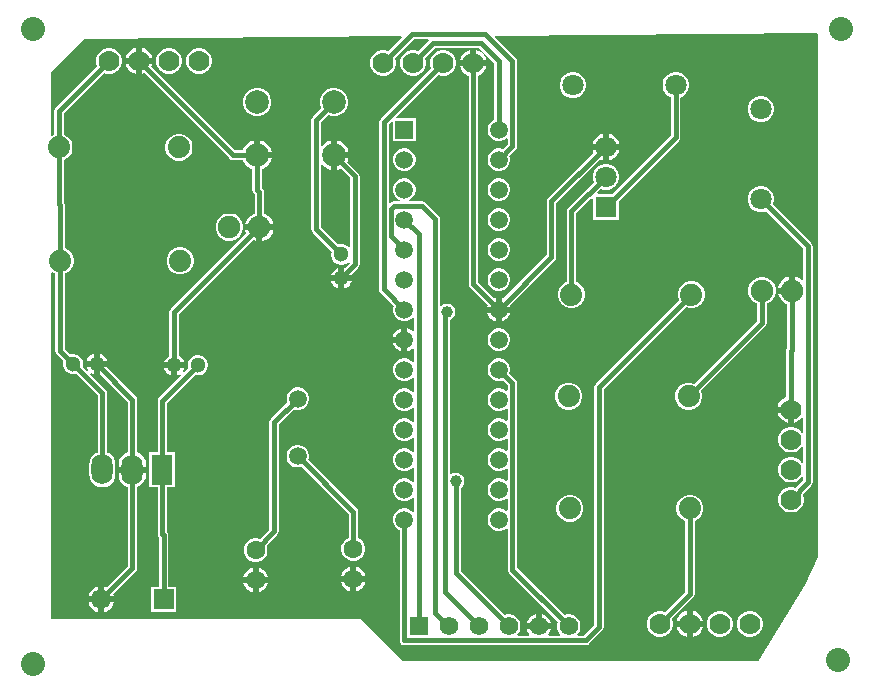
<source format=gbr>
G04*
G04 #@! TF.GenerationSoftware,Altium Limited,Altium Designer,22.4.2 (48)*
G04*
G04 Layer_Physical_Order=1*
G04 Layer_Color=255*
%FSLAX25Y25*%
%MOIN*%
G70*
G04*
G04 #@! TF.SameCoordinates,05EB306F-8607-470A-85BC-A44C10D5EEA8*
G04*
G04*
G04 #@! TF.FilePolarity,Positive*
G04*
G01*
G75*
%ADD26C,0.07000*%
%ADD36C,0.01500*%
%ADD37C,0.07087*%
%ADD38C,0.05906*%
%ADD39R,0.05906X0.05906*%
%ADD40C,0.08000*%
%ADD41C,0.07480*%
%ADD42C,0.05118*%
%ADD43C,0.06299*%
%ADD44C,0.06200*%
%ADD45R,0.06200X0.06200*%
%ADD46R,0.06693X0.06693*%
%ADD47C,0.06693*%
%ADD48R,0.07087X0.07087*%
%ADD49C,0.07400*%
%ADD50C,0.07874*%
%ADD51O,0.07087X0.10236*%
%ADD52R,0.07087X0.10236*%
%ADD53C,0.03937*%
G36*
X270603Y217844D02*
Y43781D01*
X266383Y34286D01*
X250911Y9319D01*
Y8967D01*
X132405D01*
X118339Y23033D01*
X14954D01*
Y138449D01*
X15454Y138701D01*
X16280Y138224D01*
X16437Y138182D01*
Y112344D01*
X16557Y111739D01*
X16900Y111226D01*
X19155Y108971D01*
X19011Y108433D01*
Y107549D01*
X19240Y106695D01*
X19682Y105929D01*
X20307Y105303D01*
X21073Y104861D01*
X21927Y104632D01*
X22812D01*
X23350Y104776D01*
X30503Y97622D01*
Y78486D01*
X29893Y78233D01*
X28986Y77537D01*
X28290Y76629D01*
X27852Y75573D01*
X27703Y74439D01*
Y71289D01*
X27852Y70156D01*
X28290Y69099D01*
X28986Y68192D01*
X29893Y67495D01*
X30950Y67058D01*
X32084Y66909D01*
X33218Y67058D01*
X34274Y67495D01*
X35181Y68192D01*
X35878Y69099D01*
X36315Y70156D01*
X36465Y71289D01*
Y74439D01*
X36315Y75573D01*
X35878Y76629D01*
X35181Y77537D01*
X34274Y78233D01*
X33664Y78486D01*
Y98277D01*
X33544Y98882D01*
X33201Y99394D01*
X27991Y104605D01*
X28298Y105005D01*
X28870Y104675D01*
X29244Y104575D01*
Y106991D01*
X26827D01*
X26927Y106617D01*
X27257Y106046D01*
X26857Y105739D01*
X25585Y107011D01*
X25729Y107549D01*
Y108433D01*
X25500Y109288D01*
X25058Y110054D01*
X24432Y110679D01*
X23666Y111121D01*
X22812Y111350D01*
X21927D01*
X21390Y111206D01*
X19598Y112998D01*
Y138182D01*
X19754Y138224D01*
X20780Y138816D01*
X21618Y139654D01*
X22211Y140680D01*
X22517Y141825D01*
Y143009D01*
X22211Y144154D01*
X21618Y145180D01*
X20780Y146018D01*
X19754Y146610D01*
X19598Y146652D01*
Y161095D01*
X19477Y161699D01*
X19228Y162073D01*
Y175939D01*
X19384Y175981D01*
X20410Y176574D01*
X21248Y177412D01*
X21841Y178438D01*
X22147Y179582D01*
Y180767D01*
X21841Y181912D01*
X21248Y182938D01*
X20410Y183776D01*
X19384Y184368D01*
X19228Y184410D01*
Y191741D01*
X32569Y205082D01*
X32640Y205041D01*
X33734Y204748D01*
X34866D01*
X35959Y205041D01*
X36940Y205607D01*
X37740Y206408D01*
X38307Y207388D01*
X38600Y208482D01*
Y209614D01*
X38307Y210708D01*
X37740Y211688D01*
X36940Y212489D01*
X35959Y213055D01*
X34866Y213348D01*
X33734D01*
X32640Y213055D01*
X31659Y212489D01*
X30859Y211688D01*
X30293Y210708D01*
X30000Y209614D01*
Y208482D01*
X30293Y207388D01*
X30334Y207317D01*
X16530Y193513D01*
X16187Y193000D01*
X16067Y192396D01*
Y184410D01*
X15910Y184368D01*
X15387Y184066D01*
X14954Y184316D01*
Y205188D01*
X26207Y216440D01*
X131740Y217200D01*
X131933Y216738D01*
X127468Y212274D01*
X127397Y212315D01*
X126304Y212608D01*
X125171D01*
X124078Y212315D01*
X123097Y211749D01*
X122297Y210948D01*
X121730Y209967D01*
X121438Y208874D01*
Y207742D01*
X121730Y206648D01*
X122297Y205667D01*
X123097Y204867D01*
X124078Y204301D01*
X125171Y204008D01*
X126304D01*
X127397Y204301D01*
X128378Y204867D01*
X129178Y205667D01*
X129744Y206648D01*
X130037Y207742D01*
Y208874D01*
X129744Y209967D01*
X129703Y210039D01*
X135979Y216314D01*
X140802D01*
X141009Y215814D01*
X137468Y212274D01*
X137397Y212315D01*
X136304Y212608D01*
X135171D01*
X134078Y212315D01*
X133097Y211749D01*
X132297Y210948D01*
X131730Y209967D01*
X131438Y208874D01*
Y207742D01*
X131730Y206648D01*
X132297Y205667D01*
X133097Y204867D01*
X134078Y204301D01*
X135171Y204008D01*
X136304D01*
X137397Y204301D01*
X138378Y204867D01*
X139178Y205667D01*
X139744Y206648D01*
X140038Y207742D01*
Y208874D01*
X139744Y209967D01*
X139703Y210039D01*
X142979Y213314D01*
X157805D01*
X162666Y208453D01*
Y189572D01*
X161942Y189154D01*
X161243Y188455D01*
X160749Y187599D01*
X160493Y186645D01*
Y185657D01*
X160749Y184702D01*
X161243Y183847D01*
X161942Y183148D01*
X162798Y182654D01*
X163752Y182398D01*
X164740D01*
X165695Y182654D01*
X166550Y183148D01*
X166717Y183315D01*
X167179Y183123D01*
Y181319D01*
X165548Y179687D01*
X164740Y179904D01*
X163752D01*
X162798Y179648D01*
X161942Y179154D01*
X161243Y178455D01*
X160749Y177599D01*
X160493Y176645D01*
Y175657D01*
X160749Y174702D01*
X161243Y173847D01*
X161942Y173148D01*
X162798Y172654D01*
X163752Y172398D01*
X164740D01*
X165695Y172654D01*
X166550Y173148D01*
X167249Y173847D01*
X167743Y174702D01*
X167999Y175657D01*
Y176645D01*
X167782Y177452D01*
X169877Y179547D01*
X170219Y180059D01*
X170340Y180664D01*
Y208895D01*
X170219Y209500D01*
X169877Y210012D01*
X162926Y216963D01*
X163116Y217425D01*
X270248Y218196D01*
X270603Y217844D01*
D02*
G37*
%LPC*%
G36*
X45300Y213439D02*
Y210048D01*
X48690D01*
X48493Y210785D01*
X47901Y211811D01*
X47063Y212649D01*
X46037Y213241D01*
X45300Y213439D01*
D02*
G37*
G36*
X43300D02*
X42563Y213241D01*
X41537Y212649D01*
X40699Y211811D01*
X40106Y210785D01*
X39909Y210048D01*
X43300D01*
Y213439D01*
D02*
G37*
G36*
X156737Y212699D02*
Y209308D01*
X160128D01*
X159931Y210045D01*
X159338Y211071D01*
X158501Y211909D01*
X157474Y212501D01*
X156737Y212699D01*
D02*
G37*
G36*
X154737D02*
X154000Y212501D01*
X152974Y211909D01*
X152137Y211071D01*
X151544Y210045D01*
X151347Y209308D01*
X154737D01*
Y212699D01*
D02*
G37*
G36*
X64866Y213348D02*
X63734D01*
X62640Y213055D01*
X61659Y212489D01*
X60859Y211688D01*
X60293Y210708D01*
X60000Y209614D01*
Y208482D01*
X60293Y207388D01*
X60859Y206408D01*
X61659Y205607D01*
X62640Y205041D01*
X63734Y204748D01*
X64866D01*
X65959Y205041D01*
X66940Y205607D01*
X67740Y206408D01*
X68307Y207388D01*
X68600Y208482D01*
Y209614D01*
X68307Y210708D01*
X67740Y211688D01*
X66940Y212489D01*
X65959Y213055D01*
X64866Y213348D01*
D02*
G37*
G36*
X54866D02*
X53734D01*
X52640Y213055D01*
X51659Y212489D01*
X50859Y211688D01*
X50293Y210708D01*
X50000Y209614D01*
Y208482D01*
X50293Y207388D01*
X50859Y206408D01*
X51659Y205607D01*
X52640Y205041D01*
X53734Y204748D01*
X54866D01*
X55959Y205041D01*
X56940Y205607D01*
X57740Y206408D01*
X58307Y207388D01*
X58600Y208482D01*
Y209614D01*
X58307Y210708D01*
X57740Y211688D01*
X56940Y212489D01*
X55959Y213055D01*
X54866Y213348D01*
D02*
G37*
G36*
X43300Y208048D02*
X39909D01*
X40106Y207311D01*
X40699Y206285D01*
X41537Y205447D01*
X42563Y204855D01*
X43300Y204657D01*
Y208048D01*
D02*
G37*
G36*
X146304Y212608D02*
X145171D01*
X144078Y212315D01*
X143097Y211749D01*
X142297Y210948D01*
X141730Y209967D01*
X141437Y208874D01*
Y207742D01*
X141730Y206648D01*
X141772Y206577D01*
X124830Y189635D01*
X124487Y189122D01*
X124367Y188517D01*
Y132954D01*
X124487Y132349D01*
X124830Y131836D01*
X129214Y127452D01*
X128997Y126645D01*
Y125657D01*
X129253Y124702D01*
X129747Y123847D01*
X130446Y123148D01*
X131301Y122654D01*
X132256Y122398D01*
X133244D01*
X134199Y122654D01*
X135054Y123148D01*
X135497Y123591D01*
X135997Y123384D01*
Y119201D01*
X135497Y118994D01*
X135177Y119314D01*
X134276Y119834D01*
X133750Y119975D01*
Y116151D01*
Y112327D01*
X134276Y112468D01*
X135177Y112988D01*
X135497Y113308D01*
X135997Y113101D01*
Y108918D01*
X135497Y108711D01*
X135054Y109154D01*
X134199Y109648D01*
X133244Y109904D01*
X132256D01*
X131301Y109648D01*
X130446Y109154D01*
X129747Y108455D01*
X129253Y107599D01*
X128997Y106645D01*
Y105657D01*
X129253Y104702D01*
X129747Y103847D01*
X130446Y103148D01*
X131301Y102654D01*
X132256Y102398D01*
X133244D01*
X134199Y102654D01*
X135054Y103148D01*
X135497Y103591D01*
X135997Y103384D01*
Y98918D01*
X135497Y98711D01*
X135054Y99154D01*
X134199Y99648D01*
X133244Y99904D01*
X132256D01*
X131301Y99648D01*
X130446Y99154D01*
X129747Y98455D01*
X129253Y97599D01*
X128997Y96645D01*
Y95657D01*
X129253Y94702D01*
X129747Y93847D01*
X130446Y93148D01*
X131301Y92654D01*
X132256Y92398D01*
X133244D01*
X134199Y92654D01*
X135054Y93148D01*
X135497Y93591D01*
X135997Y93384D01*
Y88918D01*
X135497Y88711D01*
X135054Y89154D01*
X134199Y89648D01*
X133244Y89904D01*
X132256D01*
X131301Y89648D01*
X130446Y89154D01*
X129747Y88455D01*
X129253Y87599D01*
X128997Y86645D01*
Y85657D01*
X129253Y84702D01*
X129747Y83847D01*
X130446Y83148D01*
X131301Y82654D01*
X132256Y82398D01*
X133244D01*
X134199Y82654D01*
X135054Y83148D01*
X135497Y83591D01*
X135997Y83384D01*
Y78918D01*
X135497Y78711D01*
X135054Y79154D01*
X134199Y79648D01*
X133244Y79904D01*
X132256D01*
X131301Y79648D01*
X130446Y79154D01*
X129747Y78455D01*
X129253Y77599D01*
X128997Y76645D01*
Y75657D01*
X129253Y74702D01*
X129747Y73847D01*
X130446Y73148D01*
X131301Y72654D01*
X132256Y72398D01*
X133244D01*
X134199Y72654D01*
X135054Y73148D01*
X135497Y73591D01*
X135997Y73384D01*
Y68918D01*
X135497Y68711D01*
X135054Y69154D01*
X134199Y69648D01*
X133244Y69904D01*
X132256D01*
X131301Y69648D01*
X130446Y69154D01*
X129747Y68455D01*
X129253Y67599D01*
X128997Y66645D01*
Y65657D01*
X129253Y64702D01*
X129747Y63847D01*
X130446Y63148D01*
X131301Y62654D01*
X132256Y62398D01*
X133244D01*
X134199Y62654D01*
X135054Y63148D01*
X135497Y63591D01*
X135997Y63384D01*
Y58918D01*
X135497Y58711D01*
X135054Y59154D01*
X134199Y59648D01*
X133244Y59904D01*
X132256D01*
X131301Y59648D01*
X130446Y59154D01*
X129747Y58455D01*
X129253Y57599D01*
X128997Y56645D01*
Y55657D01*
X129253Y54702D01*
X129747Y53847D01*
X130446Y53148D01*
X131170Y52730D01*
Y15895D01*
X131290Y15290D01*
X131633Y14777D01*
X132145Y14435D01*
X132750Y14314D01*
X193259D01*
X193864Y14435D01*
X194377Y14777D01*
X198777Y19177D01*
X199119Y19690D01*
X199240Y20295D01*
Y99707D01*
X226551Y127018D01*
X226691Y126937D01*
X227836Y126630D01*
X229021D01*
X230165Y126937D01*
X231191Y127530D01*
X232029Y128367D01*
X232622Y129394D01*
X232928Y130538D01*
Y131723D01*
X232622Y132868D01*
X232029Y133894D01*
X231191Y134731D01*
X230165Y135324D01*
X229021Y135631D01*
X227836D01*
X226691Y135324D01*
X225665Y134731D01*
X224827Y133894D01*
X224235Y132868D01*
X223928Y131723D01*
Y130538D01*
X224235Y129394D01*
X224316Y129253D01*
X196542Y101479D01*
X196199Y100966D01*
X196079Y100362D01*
Y20949D01*
X192605Y17475D01*
X190645D01*
X190437Y17975D01*
X190698Y18236D01*
X191212Y19125D01*
X191478Y20117D01*
Y21144D01*
X191212Y22136D01*
X190698Y23025D01*
X189972Y23751D01*
X189083Y24265D01*
X188091Y24531D01*
X187064D01*
X186156Y24287D01*
X170340Y40103D01*
Y101638D01*
X170219Y102243D01*
X169877Y102755D01*
X167782Y104850D01*
X167999Y105657D01*
Y106645D01*
X167743Y107599D01*
X167249Y108455D01*
X166550Y109154D01*
X165695Y109648D01*
X164740Y109904D01*
X163752D01*
X162798Y109648D01*
X161942Y109154D01*
X161243Y108455D01*
X160749Y107599D01*
X160493Y106645D01*
Y105657D01*
X160749Y104702D01*
X161243Y103847D01*
X161942Y103148D01*
X162798Y102654D01*
X163752Y102398D01*
X164740D01*
X165548Y102614D01*
X167179Y100983D01*
Y99179D01*
X166717Y98987D01*
X166550Y99154D01*
X165695Y99648D01*
X164740Y99904D01*
X163752D01*
X162798Y99648D01*
X161942Y99154D01*
X161243Y98455D01*
X160749Y97599D01*
X160493Y96645D01*
Y95657D01*
X160749Y94702D01*
X161243Y93847D01*
X161942Y93148D01*
X162798Y92654D01*
X163752Y92398D01*
X164740D01*
X165695Y92654D01*
X166550Y93148D01*
X166717Y93315D01*
X167179Y93123D01*
Y89179D01*
X166717Y88987D01*
X166550Y89154D01*
X165695Y89648D01*
X164740Y89904D01*
X163752D01*
X162798Y89648D01*
X161942Y89154D01*
X161243Y88455D01*
X160749Y87599D01*
X160493Y86645D01*
Y85657D01*
X160749Y84702D01*
X161243Y83847D01*
X161942Y83148D01*
X162798Y82654D01*
X163752Y82398D01*
X164740D01*
X165695Y82654D01*
X166550Y83148D01*
X166717Y83315D01*
X167179Y83123D01*
Y79179D01*
X166717Y78987D01*
X166550Y79154D01*
X165695Y79648D01*
X164740Y79904D01*
X163752D01*
X162798Y79648D01*
X161942Y79154D01*
X161243Y78455D01*
X160749Y77599D01*
X160493Y76645D01*
Y75657D01*
X160749Y74702D01*
X161243Y73847D01*
X161942Y73148D01*
X162798Y72654D01*
X163752Y72398D01*
X164740D01*
X165695Y72654D01*
X166550Y73148D01*
X166717Y73315D01*
X167179Y73123D01*
Y69179D01*
X166717Y68987D01*
X166550Y69154D01*
X165695Y69648D01*
X164740Y69904D01*
X163752D01*
X162798Y69648D01*
X161942Y69154D01*
X161243Y68455D01*
X160749Y67599D01*
X160493Y66645D01*
Y65657D01*
X160749Y64702D01*
X161243Y63847D01*
X161942Y63148D01*
X162798Y62654D01*
X163752Y62398D01*
X164740D01*
X165695Y62654D01*
X166550Y63148D01*
X166717Y63315D01*
X167179Y63123D01*
Y59179D01*
X166717Y58987D01*
X166550Y59154D01*
X165695Y59648D01*
X164740Y59904D01*
X163752D01*
X162798Y59648D01*
X161942Y59154D01*
X161243Y58455D01*
X160749Y57599D01*
X160493Y56645D01*
Y55657D01*
X160749Y54702D01*
X161243Y53847D01*
X161942Y53148D01*
X162798Y52654D01*
X163752Y52398D01*
X164740D01*
X165695Y52654D01*
X166550Y53148D01*
X166717Y53315D01*
X167179Y53123D01*
Y39449D01*
X167299Y38844D01*
X167642Y38331D01*
X183921Y22052D01*
X183677Y21144D01*
Y20117D01*
X183943Y19125D01*
X184457Y18236D01*
X184718Y17975D01*
X184510Y17475D01*
X180874D01*
X180682Y17937D01*
X180858Y18113D01*
X181398Y19048D01*
X181554Y19631D01*
X173601D01*
X173757Y19048D01*
X174297Y18113D01*
X174473Y17937D01*
X174281Y17475D01*
X170645D01*
X170437Y17975D01*
X170698Y18236D01*
X171212Y19125D01*
X171477Y20117D01*
Y21144D01*
X171212Y22136D01*
X170698Y23025D01*
X169972Y23751D01*
X169083Y24265D01*
X168091Y24531D01*
X167064D01*
X166156Y24287D01*
X151540Y38903D01*
Y66657D01*
X151659Y66726D01*
X152175Y67242D01*
X152539Y67873D01*
X152728Y68577D01*
Y69306D01*
X152539Y70010D01*
X152175Y70642D01*
X151659Y71157D01*
X151028Y71522D01*
X150324Y71710D01*
X149595D01*
X148891Y71522D01*
X148440Y71261D01*
X147940Y71499D01*
Y122791D01*
X148028Y122815D01*
X148659Y123179D01*
X149175Y123695D01*
X149539Y124326D01*
X149728Y125030D01*
Y125759D01*
X149539Y126463D01*
X149175Y127095D01*
X148659Y127610D01*
X148028Y127974D01*
X147324Y128163D01*
X146595D01*
X145891Y127974D01*
X145259Y127610D01*
X145140Y127490D01*
X144640Y127697D01*
Y156354D01*
X144519Y156958D01*
X144177Y157471D01*
X139877Y161771D01*
X139364Y162114D01*
X138759Y162234D01*
X134471D01*
X134337Y162734D01*
X135054Y163148D01*
X135753Y163847D01*
X136247Y164702D01*
X136503Y165657D01*
Y166645D01*
X136247Y167599D01*
X135753Y168455D01*
X135054Y169154D01*
X134199Y169648D01*
X133244Y169904D01*
X132256D01*
X131301Y169648D01*
X130446Y169154D01*
X129747Y168455D01*
X129253Y167599D01*
X128997Y166645D01*
Y165657D01*
X129253Y164702D01*
X129747Y163847D01*
X130446Y163148D01*
X131163Y162734D01*
X131029Y162234D01*
X129159D01*
X128554Y162114D01*
X128042Y161771D01*
X127990Y161719D01*
X127528Y161910D01*
Y187863D01*
X128535Y188871D01*
X128997Y188679D01*
Y182398D01*
X136503D01*
Y189904D01*
X130222D01*
X130030Y190366D01*
X144007Y204342D01*
X144078Y204301D01*
X145171Y204008D01*
X146304D01*
X147397Y204301D01*
X148378Y204867D01*
X149178Y205667D01*
X149744Y206648D01*
X150038Y207742D01*
Y208874D01*
X149744Y209967D01*
X149178Y210948D01*
X148378Y211749D01*
X147397Y212315D01*
X146304Y212608D01*
D02*
G37*
G36*
X189521Y205248D02*
X188377D01*
X187273Y204952D01*
X186282Y204380D01*
X185474Y203571D01*
X184902Y202581D01*
X184606Y201476D01*
Y200332D01*
X184902Y199228D01*
X185474Y198238D01*
X186282Y197429D01*
X187273Y196857D01*
X188377Y196561D01*
X189521D01*
X190626Y196857D01*
X191616Y197429D01*
X192425Y198238D01*
X192997Y199228D01*
X193293Y200332D01*
Y201476D01*
X192997Y202581D01*
X192425Y203571D01*
X191616Y204380D01*
X190626Y204952D01*
X189521Y205248D01*
D02*
G37*
G36*
X109923Y200062D02*
X108676D01*
X107471Y199740D01*
X106391Y199116D01*
X105509Y198234D01*
X104885Y197154D01*
X104562Y195949D01*
Y194702D01*
X104885Y193497D01*
X105014Y193275D01*
X102242Y190503D01*
X101899Y189990D01*
X101779Y189385D01*
Y152946D01*
X101899Y152341D01*
X102242Y151828D01*
X108577Y145493D01*
X108433Y144955D01*
Y144071D01*
X108662Y143216D01*
X109104Y142450D01*
X109730Y141825D01*
X110495Y141383D01*
X111350Y141154D01*
X112234D01*
X113089Y141383D01*
X113855Y141825D01*
X113952Y141922D01*
X114494Y141758D01*
X114524Y141606D01*
X112935Y140017D01*
X112792Y140056D01*
Y137639D01*
X115209D01*
X115170Y137782D01*
X117477Y140089D01*
X117819Y140601D01*
X117940Y141206D01*
Y170550D01*
X117819Y171154D01*
X117477Y171667D01*
X113732Y175412D01*
X113900Y175704D01*
X114143Y176610D01*
X110300D01*
Y172766D01*
X111205Y173009D01*
X111497Y173177D01*
X114779Y169895D01*
Y146984D01*
X114279Y146776D01*
X113855Y147201D01*
X113089Y147643D01*
X112234Y147872D01*
X111350D01*
X110812Y147728D01*
X104940Y153600D01*
Y174359D01*
X105440Y174487D01*
X106268Y173659D01*
X107394Y173009D01*
X108300Y172766D01*
Y177610D01*
Y182453D01*
X107394Y182210D01*
X106268Y181560D01*
X105440Y180732D01*
X104940Y180860D01*
Y188731D01*
X107249Y191040D01*
X107471Y190911D01*
X108676Y190588D01*
X109923D01*
X111128Y190911D01*
X112208Y191535D01*
X113090Y192417D01*
X113714Y193497D01*
X114037Y194702D01*
Y195949D01*
X113714Y197154D01*
X113090Y198234D01*
X112208Y199116D01*
X111128Y199740D01*
X109923Y200062D01*
D02*
G37*
G36*
X84333D02*
X83086D01*
X81881Y199740D01*
X80801Y199116D01*
X79919Y198234D01*
X79295Y197154D01*
X78973Y195949D01*
Y194702D01*
X79295Y193497D01*
X79919Y192417D01*
X80801Y191535D01*
X81881Y190911D01*
X83086Y190588D01*
X84333D01*
X85538Y190911D01*
X86618Y191535D01*
X87500Y192417D01*
X88124Y193497D01*
X88446Y194702D01*
Y195949D01*
X88124Y197154D01*
X87500Y198234D01*
X86618Y199116D01*
X85538Y199740D01*
X84333Y200062D01*
D02*
G37*
G36*
X252178Y197297D02*
X251035D01*
X249930Y197001D01*
X248940Y196429D01*
X248131Y195620D01*
X247559Y194630D01*
X247263Y193525D01*
Y192382D01*
X247559Y191277D01*
X248131Y190287D01*
X248940Y189478D01*
X249930Y188906D01*
X251035Y188610D01*
X252178D01*
X253283Y188906D01*
X254273Y189478D01*
X255082Y190287D01*
X255654Y191277D01*
X255950Y192382D01*
Y193525D01*
X255654Y194630D01*
X255082Y195620D01*
X254273Y196429D01*
X253283Y197001D01*
X252178Y197297D01*
D02*
G37*
G36*
X200952Y184802D02*
Y181366D01*
X204387D01*
X204185Y182120D01*
X203587Y183156D01*
X202741Y184002D01*
X201705Y184600D01*
X200952Y184802D01*
D02*
G37*
G36*
X198951D02*
X198198Y184600D01*
X197162Y184002D01*
X196316Y183156D01*
X195718Y182120D01*
X195516Y181366D01*
X198951D01*
Y184802D01*
D02*
G37*
G36*
X110300Y182453D02*
Y178610D01*
X114143D01*
X113900Y179515D01*
X113250Y180641D01*
X112331Y181560D01*
X111205Y182210D01*
X110300Y182453D01*
D02*
G37*
G36*
X84710D02*
Y178610D01*
X88553D01*
X88310Y179515D01*
X87660Y180641D01*
X86741Y181560D01*
X85615Y182210D01*
X84710Y182453D01*
D02*
G37*
G36*
X204387Y179366D02*
X200952D01*
Y175931D01*
X201705Y176133D01*
X202741Y176731D01*
X203587Y177577D01*
X204185Y178613D01*
X204387Y179366D01*
D02*
G37*
G36*
X198951D02*
X195516D01*
X195718Y178613D01*
X195808Y178457D01*
X180642Y163292D01*
X180299Y162779D01*
X180179Y162174D01*
Y144319D01*
X165711Y129851D01*
X165246Y129975D01*
Y127151D01*
X168070D01*
X167946Y127616D01*
X182877Y142547D01*
X183219Y143059D01*
X183340Y143664D01*
Y161520D01*
X198043Y176222D01*
X198198Y176133D01*
X198951Y175931D01*
Y179366D01*
D02*
G37*
G36*
X58240Y184675D02*
X57055D01*
X55910Y184368D01*
X54884Y183776D01*
X54046Y182938D01*
X53454Y181912D01*
X53147Y180767D01*
Y179582D01*
X53454Y178438D01*
X54046Y177412D01*
X54884Y176574D01*
X55910Y175981D01*
X57055Y175675D01*
X58240D01*
X59384Y175981D01*
X60410Y176574D01*
X61248Y177412D01*
X61841Y178438D01*
X62147Y179582D01*
Y180767D01*
X61841Y181912D01*
X61248Y182938D01*
X60410Y183776D01*
X59384Y184368D01*
X58240Y184675D01*
D02*
G37*
G36*
X133244Y179904D02*
X132256D01*
X131301Y179648D01*
X130446Y179154D01*
X129747Y178455D01*
X129253Y177599D01*
X128997Y176645D01*
Y175657D01*
X129253Y174702D01*
X129747Y173847D01*
X130446Y173148D01*
X131301Y172654D01*
X132256Y172398D01*
X133244D01*
X134199Y172654D01*
X135054Y173148D01*
X135753Y173847D01*
X136247Y174702D01*
X136503Y175657D01*
Y176645D01*
X136247Y177599D01*
X135753Y178455D01*
X135054Y179154D01*
X134199Y179648D01*
X133244Y179904D01*
D02*
G37*
G36*
X223774Y205248D02*
X222630D01*
X221525Y204952D01*
X220535Y204380D01*
X219726Y203571D01*
X219154Y202581D01*
X218858Y201476D01*
Y200332D01*
X219154Y199228D01*
X219726Y198238D01*
X220535Y197429D01*
X221525Y196857D01*
X221621Y196831D01*
Y184271D01*
X202060Y164710D01*
X197183D01*
X196992Y165172D01*
X198189Y166369D01*
X198275Y166319D01*
X199380Y166023D01*
X200523D01*
X201628Y166319D01*
X202618Y166891D01*
X203427Y167700D01*
X203999Y168690D01*
X204295Y169794D01*
Y170938D01*
X203999Y172043D01*
X203427Y173033D01*
X202618Y173842D01*
X201628Y174414D01*
X200523Y174710D01*
X199380D01*
X198275Y174414D01*
X197285Y173842D01*
X196476Y173033D01*
X195904Y172043D01*
X195608Y170938D01*
Y169794D01*
X195904Y168690D01*
X195954Y168604D01*
X187311Y159961D01*
X186968Y159448D01*
X186848Y158843D01*
Y135366D01*
X186691Y135324D01*
X185665Y134731D01*
X184827Y133894D01*
X184235Y132868D01*
X183928Y131723D01*
Y130538D01*
X184235Y129394D01*
X184827Y128367D01*
X185665Y127530D01*
X186691Y126937D01*
X187836Y126630D01*
X189021D01*
X190165Y126937D01*
X191191Y127530D01*
X192029Y128367D01*
X192622Y129394D01*
X192928Y130538D01*
Y131723D01*
X192622Y132868D01*
X192029Y133894D01*
X191191Y134731D01*
X190165Y135324D01*
X190009Y135366D01*
Y158188D01*
X195146Y163326D01*
X195608Y163135D01*
Y156023D01*
X204295D01*
Y162475D01*
X224319Y182499D01*
X224662Y183012D01*
X224782Y183616D01*
Y196831D01*
X224878Y196857D01*
X225869Y197429D01*
X226677Y198238D01*
X227249Y199228D01*
X227545Y200332D01*
Y201476D01*
X227249Y202581D01*
X226677Y203571D01*
X225869Y204380D01*
X224878Y204952D01*
X223774Y205248D01*
D02*
G37*
G36*
X164740Y169904D02*
X163752D01*
X162798Y169648D01*
X161942Y169154D01*
X161243Y168455D01*
X160749Y167599D01*
X160493Y166645D01*
Y165657D01*
X160749Y164702D01*
X161243Y163847D01*
X161942Y163148D01*
X162798Y162654D01*
X163752Y162398D01*
X164740D01*
X165695Y162654D01*
X166550Y163148D01*
X167249Y163847D01*
X167743Y164702D01*
X167999Y165657D01*
Y166645D01*
X167743Y167599D01*
X167249Y168455D01*
X166550Y169154D01*
X165695Y169648D01*
X164740Y169904D01*
D02*
G37*
G36*
X48690Y208048D02*
X45300D01*
Y204657D01*
X46037Y204855D01*
X46177Y204936D01*
X74621Y176492D01*
X75134Y176149D01*
X75738Y176029D01*
X79022D01*
X79109Y175704D01*
X79759Y174578D01*
X80678Y173659D01*
X81804Y173009D01*
X82129Y172922D01*
Y165890D01*
X82249Y165286D01*
X82592Y164773D01*
X82825Y164540D01*
Y158092D01*
X82575Y158025D01*
X81494Y157401D01*
X80612Y156519D01*
X79988Y155438D01*
X79766Y154608D01*
X89044D01*
X88822Y155438D01*
X88198Y156519D01*
X87316Y157401D01*
X86235Y158025D01*
X85985Y158092D01*
Y165195D01*
X85865Y165799D01*
X85523Y166312D01*
X85290Y166545D01*
Y172922D01*
X85615Y173009D01*
X86741Y173659D01*
X87660Y174578D01*
X88310Y175704D01*
X88553Y176610D01*
X83710D01*
Y177610D01*
X82709D01*
Y182453D01*
X81804Y182210D01*
X80678Y181560D01*
X79759Y180641D01*
X79109Y179515D01*
X79022Y179190D01*
X76393D01*
X48412Y207171D01*
X48493Y207311D01*
X48690Y208048D01*
D02*
G37*
G36*
X164740Y159904D02*
X163752D01*
X162798Y159648D01*
X161942Y159154D01*
X161243Y158455D01*
X160749Y157599D01*
X160493Y156645D01*
Y155657D01*
X160749Y154702D01*
X161243Y153847D01*
X161942Y153148D01*
X162798Y152654D01*
X163752Y152398D01*
X164740D01*
X165695Y152654D01*
X166550Y153148D01*
X167249Y153847D01*
X167743Y154702D01*
X167999Y155657D01*
Y156645D01*
X167743Y157599D01*
X167249Y158455D01*
X166550Y159154D01*
X165695Y159648D01*
X164740Y159904D01*
D02*
G37*
G36*
X75003Y158149D02*
X73807D01*
X72653Y157839D01*
X71617Y157241D01*
X70772Y156396D01*
X70174Y155361D01*
X69865Y154206D01*
Y153011D01*
X70174Y151856D01*
X70772Y150821D01*
X71617Y149975D01*
X72653Y149378D01*
X73807Y149068D01*
X75003D01*
X76157Y149378D01*
X77193Y149975D01*
X78038Y150821D01*
X78636Y151856D01*
X78945Y153011D01*
Y154206D01*
X78636Y155361D01*
X78038Y156396D01*
X77193Y157241D01*
X76157Y157839D01*
X75003Y158149D01*
D02*
G37*
G36*
X89044Y152608D02*
X85405D01*
Y148969D01*
X86235Y149191D01*
X87316Y149815D01*
X88198Y150698D01*
X88822Y151779D01*
X89044Y152608D01*
D02*
G37*
G36*
X83405D02*
X79766D01*
X79988Y151779D01*
X80117Y151555D01*
X54938Y126376D01*
X54595Y125864D01*
X54475Y125259D01*
Y110818D01*
X53870Y110469D01*
X53207Y109806D01*
X52739Y108995D01*
X52639Y108621D01*
X56055D01*
X59472D01*
X59372Y108995D01*
X58903Y109806D01*
X58241Y110469D01*
X57636Y110818D01*
Y124604D01*
X82352Y149320D01*
X82575Y149191D01*
X83405Y148969D01*
Y152608D01*
D02*
G37*
G36*
X164740Y149904D02*
X163752D01*
X162798Y149648D01*
X161942Y149154D01*
X161243Y148455D01*
X160749Y147599D01*
X160493Y146645D01*
Y145657D01*
X160749Y144702D01*
X161243Y143847D01*
X161942Y143148D01*
X162798Y142654D01*
X163752Y142398D01*
X164740D01*
X165695Y142654D01*
X166550Y143148D01*
X167249Y143847D01*
X167743Y144702D01*
X167999Y145657D01*
Y146645D01*
X167743Y147599D01*
X167249Y148455D01*
X166550Y149154D01*
X165695Y149648D01*
X164740Y149904D01*
D02*
G37*
G36*
X58610Y146917D02*
X57425D01*
X56280Y146610D01*
X55254Y146018D01*
X54416Y145180D01*
X53824Y144154D01*
X53517Y143009D01*
Y141825D01*
X53824Y140680D01*
X54416Y139654D01*
X55254Y138816D01*
X56280Y138224D01*
X57425Y137917D01*
X58610D01*
X59754Y138224D01*
X60780Y138816D01*
X61618Y139654D01*
X62211Y140680D01*
X62517Y141825D01*
Y143009D01*
X62211Y144154D01*
X61618Y145180D01*
X60780Y146018D01*
X59754Y146610D01*
X58610Y146917D01*
D02*
G37*
G36*
X110792Y140056D02*
X110418Y139955D01*
X109607Y139487D01*
X108944Y138824D01*
X108475Y138013D01*
X108375Y137639D01*
X110792D01*
Y140056D01*
D02*
G37*
G36*
X252178Y167297D02*
X251035D01*
X249930Y167001D01*
X248940Y166429D01*
X248131Y165620D01*
X247559Y164630D01*
X247263Y163525D01*
Y162382D01*
X247559Y161277D01*
X248131Y160287D01*
X248940Y159478D01*
X249930Y158906D01*
X251035Y158610D01*
X252178D01*
X253283Y158906D01*
X253369Y158956D01*
X265779Y146546D01*
Y136026D01*
X265279Y135819D01*
X264882Y136216D01*
X263801Y136840D01*
X262971Y137062D01*
Y132422D01*
X261971D01*
Y131422D01*
X257332D01*
X257554Y130593D01*
X258178Y129512D01*
X259061Y128629D01*
X260142Y128005D01*
X260391Y127939D01*
Y113373D01*
X260141Y112999D01*
X260021Y112395D01*
Y97060D01*
X259864Y97018D01*
X258838Y96426D01*
X258000Y95588D01*
X257408Y94562D01*
X257210Y93825D01*
X261601D01*
Y92825D01*
X262601D01*
Y88434D01*
X263338Y88631D01*
X264364Y89224D01*
X265202Y90062D01*
X265296Y90224D01*
X265779Y90095D01*
Y85189D01*
X265279Y85055D01*
X265042Y85465D01*
X264242Y86266D01*
X263261Y86832D01*
X262167Y87125D01*
X261035D01*
X259942Y86832D01*
X258961Y86266D01*
X258160Y85465D01*
X257594Y84484D01*
X257301Y83391D01*
Y82259D01*
X257594Y81165D01*
X258160Y80185D01*
X258961Y79384D01*
X259942Y78818D01*
X261035Y78525D01*
X262167D01*
X263261Y78818D01*
X264242Y79384D01*
X265042Y80185D01*
X265279Y80595D01*
X265779Y80461D01*
Y75189D01*
X265279Y75055D01*
X265042Y75465D01*
X264242Y76266D01*
X263261Y76832D01*
X262167Y77125D01*
X261035D01*
X259942Y76832D01*
X258961Y76266D01*
X258160Y75465D01*
X257594Y74484D01*
X257301Y73391D01*
Y72259D01*
X257594Y71165D01*
X258160Y70184D01*
X258961Y69384D01*
X259942Y68818D01*
X261035Y68525D01*
X262167D01*
X263261Y68818D01*
X264242Y69384D01*
X265042Y70184D01*
X265279Y70595D01*
X265779Y70461D01*
Y69237D01*
X263332Y66791D01*
X263261Y66832D01*
X262167Y67125D01*
X261035D01*
X259942Y66832D01*
X258961Y66266D01*
X258160Y65465D01*
X257594Y64485D01*
X257301Y63391D01*
Y62259D01*
X257594Y61165D01*
X258160Y60185D01*
X258961Y59384D01*
X259942Y58818D01*
X261035Y58525D01*
X262167D01*
X263261Y58818D01*
X264242Y59384D01*
X265042Y60185D01*
X265608Y61165D01*
X265901Y62259D01*
Y63391D01*
X265608Y64485D01*
X265567Y64556D01*
X268477Y67465D01*
X268819Y67978D01*
X268940Y68583D01*
Y147201D01*
X268819Y147806D01*
X268477Y148318D01*
X255604Y161191D01*
X255654Y161277D01*
X255950Y162382D01*
Y163525D01*
X255654Y164630D01*
X255082Y165620D01*
X254273Y166429D01*
X253283Y167001D01*
X252178Y167297D01*
D02*
G37*
G36*
X260971Y137062D02*
X260142Y136840D01*
X259061Y136216D01*
X258178Y135333D01*
X257554Y134252D01*
X257332Y133423D01*
X260971D01*
Y137062D01*
D02*
G37*
G36*
X115209Y135639D02*
X112792D01*
Y133222D01*
X113166Y133322D01*
X113977Y133791D01*
X114640Y134454D01*
X115109Y135265D01*
X115209Y135639D01*
D02*
G37*
G36*
X110792D02*
X108375D01*
X108475Y135265D01*
X108944Y134454D01*
X109607Y133791D01*
X110418Y133322D01*
X110792Y133222D01*
Y135639D01*
D02*
G37*
G36*
X164740Y139904D02*
X163752D01*
X162798Y139648D01*
X161942Y139154D01*
X161243Y138455D01*
X160749Y137599D01*
X160493Y136645D01*
Y135657D01*
X160749Y134702D01*
X161243Y133847D01*
X161942Y133148D01*
X162798Y132654D01*
X163752Y132398D01*
X164740D01*
X165695Y132654D01*
X166550Y133148D01*
X167249Y133847D01*
X167743Y134702D01*
X167999Y135657D01*
Y136645D01*
X167743Y137599D01*
X167249Y138455D01*
X166550Y139154D01*
X165695Y139648D01*
X164740Y139904D01*
D02*
G37*
G36*
X160128Y207308D02*
X151347D01*
X151544Y206571D01*
X152137Y205545D01*
X152974Y204707D01*
X154000Y204114D01*
X154157Y204072D01*
Y134660D01*
X154277Y134055D01*
X154620Y133542D01*
X160546Y127616D01*
X160422Y127151D01*
X163246D01*
Y129975D01*
X162781Y129851D01*
X157318Y135314D01*
Y204072D01*
X157474Y204114D01*
X158501Y204707D01*
X159338Y205545D01*
X159931Y206571D01*
X160128Y207308D01*
D02*
G37*
G36*
X168070Y125151D02*
X165246D01*
Y122327D01*
X165772Y122468D01*
X166673Y122988D01*
X167409Y123724D01*
X167929Y124625D01*
X168070Y125151D01*
D02*
G37*
G36*
X163246D02*
X160422D01*
X160563Y124625D01*
X161083Y123724D01*
X161819Y122988D01*
X162720Y122468D01*
X163246Y122327D01*
Y125151D01*
D02*
G37*
G36*
X131750Y119975D02*
X131224Y119834D01*
X130323Y119314D01*
X129587Y118578D01*
X129067Y117677D01*
X128926Y117151D01*
X131750D01*
Y119975D01*
D02*
G37*
G36*
X164740Y119904D02*
X163752D01*
X162798Y119648D01*
X161942Y119154D01*
X161243Y118455D01*
X160749Y117599D01*
X160493Y116645D01*
Y115657D01*
X160749Y114702D01*
X161243Y113847D01*
X161942Y113148D01*
X162798Y112654D01*
X163752Y112398D01*
X164740D01*
X165695Y112654D01*
X166550Y113148D01*
X167249Y113847D01*
X167743Y114702D01*
X167999Y115657D01*
Y116645D01*
X167743Y117599D01*
X167249Y118455D01*
X166550Y119154D01*
X165695Y119648D01*
X164740Y119904D01*
D02*
G37*
G36*
X131750Y115151D02*
X128926D01*
X129067Y114625D01*
X129587Y113724D01*
X130323Y112988D01*
X131224Y112468D01*
X131750Y112327D01*
Y115151D01*
D02*
G37*
G36*
X31244Y111408D02*
Y108991D01*
X33660D01*
X33560Y109365D01*
X33092Y110176D01*
X32429Y110839D01*
X31617Y111308D01*
X31244Y111408D01*
D02*
G37*
G36*
X29244D02*
X28870Y111308D01*
X28058Y110839D01*
X27396Y110176D01*
X26927Y109365D01*
X26827Y108991D01*
X29244D01*
Y111408D01*
D02*
G37*
G36*
X64372Y110980D02*
X63487D01*
X62633Y110751D01*
X61867Y110309D01*
X61242Y109683D01*
X60799Y108917D01*
X60570Y108063D01*
Y107179D01*
X60715Y106641D01*
X59442Y105368D01*
X59042Y105675D01*
X59372Y106247D01*
X59472Y106621D01*
X57055D01*
Y104204D01*
X57429Y104304D01*
X58001Y104634D01*
X58308Y104234D01*
X50966Y96893D01*
X50624Y96380D01*
X50503Y95775D01*
Y78743D01*
X47741D01*
Y66907D01*
X50503D01*
Y51365D01*
X50624Y50760D01*
X50966Y50247D01*
X50974Y50240D01*
Y33661D01*
X48408D01*
Y25368D01*
X56700D01*
Y33661D01*
X54134D01*
Y50895D01*
X54014Y51499D01*
X53672Y52012D01*
X53664Y52020D01*
Y66907D01*
X56427D01*
Y78743D01*
X53664D01*
Y95121D01*
X62950Y104406D01*
X63487Y104262D01*
X64372D01*
X65226Y104491D01*
X65992Y104933D01*
X66617Y105558D01*
X67060Y106324D01*
X67289Y107179D01*
Y108063D01*
X67060Y108917D01*
X66617Y109683D01*
X65992Y110309D01*
X65226Y110751D01*
X64372Y110980D01*
D02*
G37*
G36*
X55055Y106621D02*
X52639D01*
X52739Y106247D01*
X53207Y105436D01*
X53870Y104773D01*
X54682Y104304D01*
X55055Y104204D01*
Y106621D01*
D02*
G37*
G36*
X252569Y136963D02*
X251374D01*
X250219Y136653D01*
X249184Y136056D01*
X248338Y135210D01*
X247741Y134175D01*
X247431Y133020D01*
Y131825D01*
X247741Y130670D01*
X248338Y129635D01*
X249184Y128789D01*
X250219Y128192D01*
X250391Y128146D01*
Y122326D01*
X229433Y101368D01*
X229293Y101449D01*
X228149Y101756D01*
X226964D01*
X225819Y101449D01*
X224793Y100857D01*
X223955Y100019D01*
X223363Y98993D01*
X223056Y97849D01*
Y96664D01*
X223363Y95519D01*
X223955Y94493D01*
X224793Y93655D01*
X225819Y93063D01*
X226964Y92756D01*
X228149D01*
X229293Y93063D01*
X230319Y93655D01*
X231157Y94493D01*
X231749Y95519D01*
X232056Y96664D01*
Y97849D01*
X231749Y98993D01*
X231668Y99133D01*
X253089Y120554D01*
X253432Y121067D01*
X253552Y121671D01*
Y128146D01*
X253724Y128192D01*
X254759Y128789D01*
X255605Y129635D01*
X256202Y130670D01*
X256512Y131825D01*
Y133020D01*
X256202Y134175D01*
X255605Y135210D01*
X254759Y136056D01*
X253724Y136653D01*
X252569Y136963D01*
D02*
G37*
G36*
X188148Y101756D02*
X186964D01*
X185819Y101449D01*
X184793Y100857D01*
X183955Y100019D01*
X183363Y98993D01*
X183056Y97849D01*
Y96664D01*
X183363Y95519D01*
X183955Y94493D01*
X184793Y93655D01*
X185819Y93063D01*
X186964Y92756D01*
X188148D01*
X189293Y93063D01*
X190319Y93655D01*
X191157Y94493D01*
X191749Y95519D01*
X192056Y96664D01*
Y97849D01*
X191749Y98993D01*
X191157Y100019D01*
X190319Y100857D01*
X189293Y101449D01*
X188148Y101756D01*
D02*
G37*
G36*
X97739Y100250D02*
X96751D01*
X95796Y99995D01*
X94941Y99501D01*
X94242Y98802D01*
X93748Y97946D01*
X93492Y96992D01*
Y96004D01*
X93708Y95196D01*
X88242Y89730D01*
X87899Y89217D01*
X87779Y88612D01*
Y52825D01*
X84640Y49687D01*
X83698Y49940D01*
X82658D01*
X81654Y49670D01*
X80753Y49150D01*
X80018Y48415D01*
X79498Y47514D01*
X79229Y46510D01*
Y45470D01*
X79498Y44465D01*
X80018Y43565D01*
X80753Y42829D01*
X81654Y42309D01*
X82658Y42040D01*
X83698D01*
X84703Y42309D01*
X85603Y42829D01*
X86339Y43565D01*
X86859Y44465D01*
X87128Y45470D01*
Y46510D01*
X86875Y47452D01*
X90477Y51053D01*
X90819Y51566D01*
X90940Y52171D01*
Y87958D01*
X95943Y92961D01*
X96751Y92745D01*
X97739D01*
X98693Y93001D01*
X99549Y93495D01*
X100248Y94194D01*
X100742Y95049D01*
X100998Y96004D01*
Y96992D01*
X100742Y97946D01*
X100248Y98802D01*
X99549Y99501D01*
X98693Y99995D01*
X97739Y100250D01*
D02*
G37*
G36*
X260601Y91825D02*
X257210D01*
X257408Y91088D01*
X258000Y90062D01*
X258838Y89224D01*
X259864Y88631D01*
X260601Y88434D01*
Y91825D01*
D02*
G37*
G36*
X33660Y106991D02*
X31244D01*
Y104575D01*
X31387Y104613D01*
X40503Y95496D01*
Y78663D01*
X39793Y78368D01*
X38844Y77640D01*
X38115Y76691D01*
X37657Y75586D01*
X37501Y74400D01*
Y73825D01*
X42084D01*
X46666D01*
Y74400D01*
X46510Y75586D01*
X46052Y76691D01*
X45324Y77640D01*
X44375Y78368D01*
X43664Y78663D01*
Y96151D01*
X43544Y96756D01*
X43201Y97268D01*
X33622Y106848D01*
X33660Y106991D01*
D02*
G37*
G36*
X188519Y64369D02*
X187334D01*
X186189Y64062D01*
X185163Y63470D01*
X184325Y62632D01*
X183733Y61606D01*
X183426Y60461D01*
Y59276D01*
X183733Y58132D01*
X184325Y57106D01*
X185163Y56268D01*
X186189Y55675D01*
X187334Y55369D01*
X188519D01*
X189663Y55675D01*
X190689Y56268D01*
X191527Y57106D01*
X192120Y58132D01*
X192426Y59276D01*
Y60461D01*
X192120Y61606D01*
X191527Y62632D01*
X190689Y63470D01*
X189663Y64062D01*
X188519Y64369D01*
D02*
G37*
G36*
X97739Y81038D02*
X96751D01*
X95796Y80782D01*
X94941Y80288D01*
X94242Y79589D01*
X93748Y78734D01*
X93492Y77779D01*
Y76791D01*
X93748Y75837D01*
X94242Y74981D01*
X94941Y74282D01*
X95796Y73788D01*
X96751Y73532D01*
X97739D01*
X98546Y73749D01*
X114173Y58122D01*
Y50008D01*
X113328Y49521D01*
X112593Y48785D01*
X112073Y47885D01*
X111804Y46880D01*
Y45840D01*
X112073Y44836D01*
X112593Y43935D01*
X113328Y43200D01*
X114229Y42680D01*
X115234Y42410D01*
X116273D01*
X117278Y42680D01*
X118179Y43200D01*
X118914Y43935D01*
X119434Y44836D01*
X119703Y45840D01*
Y46880D01*
X119434Y47885D01*
X118914Y48785D01*
X118179Y49521D01*
X117334Y50008D01*
Y58776D01*
X117213Y59381D01*
X116871Y59894D01*
X100781Y75984D01*
X100998Y76791D01*
Y77779D01*
X100742Y78734D01*
X100248Y79589D01*
X99549Y80288D01*
X98693Y80782D01*
X97739Y81038D01*
D02*
G37*
G36*
X116753Y40388D02*
Y37360D01*
X119781D01*
X119620Y37962D01*
X119074Y38908D01*
X118301Y39681D01*
X117355Y40227D01*
X116753Y40388D01*
D02*
G37*
G36*
X114753D02*
X114152Y40227D01*
X113206Y39681D01*
X112433Y38908D01*
X111887Y37962D01*
X111725Y37360D01*
X114753D01*
Y40388D01*
D02*
G37*
G36*
X84178Y40018D02*
Y36990D01*
X87206D01*
X87045Y37592D01*
X86499Y38538D01*
X85726Y39310D01*
X84780Y39857D01*
X84178Y40018D01*
D02*
G37*
G36*
X82178D02*
X81577Y39857D01*
X80630Y39310D01*
X79858Y38538D01*
X79312Y37592D01*
X79150Y36990D01*
X82178D01*
Y40018D01*
D02*
G37*
G36*
X46666Y71825D02*
X42084D01*
X37501D01*
Y71250D01*
X37657Y70064D01*
X38115Y68959D01*
X38844Y68010D01*
X39793Y67281D01*
X40503Y66987D01*
Y40499D01*
X33519Y33515D01*
X33432Y33565D01*
X32754Y33746D01*
Y30515D01*
X35986D01*
X35804Y31192D01*
X35754Y31280D01*
X43201Y38727D01*
X43544Y39240D01*
X43664Y39845D01*
Y66987D01*
X44375Y67281D01*
X45324Y68010D01*
X46052Y68959D01*
X46510Y70064D01*
X46666Y71250D01*
Y71825D01*
D02*
G37*
G36*
X119781Y35360D02*
X116753D01*
Y32332D01*
X117355Y32493D01*
X118301Y33040D01*
X119074Y33812D01*
X119620Y34758D01*
X119781Y35360D01*
D02*
G37*
G36*
X114753D02*
X111725D01*
X111887Y34758D01*
X112433Y33812D01*
X113206Y33040D01*
X114152Y32493D01*
X114753Y32332D01*
Y35360D01*
D02*
G37*
G36*
X87206Y34990D02*
X84178D01*
Y31962D01*
X84780Y32123D01*
X85726Y32669D01*
X86499Y33442D01*
X87045Y34388D01*
X87206Y34990D01*
D02*
G37*
G36*
X82178D02*
X79150D01*
X79312Y34388D01*
X79858Y33442D01*
X80630Y32669D01*
X81577Y32123D01*
X82178Y31962D01*
Y34990D01*
D02*
G37*
G36*
X30754Y33746D02*
X30076Y33565D01*
X29085Y32993D01*
X28276Y32184D01*
X27704Y31192D01*
X27522Y30515D01*
X30754D01*
Y33746D01*
D02*
G37*
G36*
X228519Y64369D02*
X227334D01*
X226189Y64062D01*
X225163Y63470D01*
X224325Y62632D01*
X223733Y61606D01*
X223426Y60461D01*
Y59276D01*
X223733Y58132D01*
X224325Y57106D01*
X225163Y56268D01*
X226189Y55675D01*
X226346Y55633D01*
Y32041D01*
X219641Y25337D01*
X219570Y25378D01*
X218476Y25671D01*
X217344D01*
X216250Y25378D01*
X215270Y24812D01*
X214469Y24011D01*
X213903Y23031D01*
X213610Y21937D01*
Y20805D01*
X213903Y19711D01*
X214469Y18731D01*
X215270Y17930D01*
X216250Y17364D01*
X217344Y17071D01*
X218476D01*
X219570Y17364D01*
X220550Y17930D01*
X221351Y18731D01*
X221917Y19711D01*
X222210Y20805D01*
Y21937D01*
X221917Y23031D01*
X221876Y23102D01*
X229044Y30269D01*
X229386Y30782D01*
X229507Y31387D01*
Y55633D01*
X229663Y55675D01*
X230689Y56268D01*
X231527Y57106D01*
X232120Y58132D01*
X232426Y59276D01*
Y60461D01*
X232120Y61606D01*
X231527Y62632D01*
X230689Y63470D01*
X229663Y64062D01*
X228519Y64369D01*
D02*
G37*
G36*
X35986Y28515D02*
X32754D01*
Y25283D01*
X33432Y25464D01*
X34423Y26037D01*
X35232Y26846D01*
X35804Y27837D01*
X35986Y28515D01*
D02*
G37*
G36*
X30754D02*
X27522D01*
X27704Y27837D01*
X28276Y26846D01*
X29085Y26037D01*
X30076Y25464D01*
X30754Y25283D01*
Y28515D01*
D02*
G37*
G36*
X228910Y25762D02*
Y22371D01*
X232301D01*
X232104Y23108D01*
X231511Y24134D01*
X230673Y24972D01*
X229647Y25564D01*
X228910Y25762D01*
D02*
G37*
G36*
X226910D02*
X226173Y25564D01*
X225147Y24972D01*
X224309Y24134D01*
X223717Y23108D01*
X223519Y22371D01*
X226910D01*
Y25762D01*
D02*
G37*
G36*
X178577Y24607D02*
Y21631D01*
X181554D01*
X181398Y22213D01*
X180858Y23148D01*
X180095Y23911D01*
X179160Y24451D01*
X178577Y24607D01*
D02*
G37*
G36*
X176577D02*
X175995Y24451D01*
X175060Y23911D01*
X174297Y23148D01*
X173757Y22213D01*
X173601Y21631D01*
X176577D01*
Y24607D01*
D02*
G37*
G36*
X248476Y25671D02*
X247344D01*
X246251Y25378D01*
X245270Y24812D01*
X244469Y24011D01*
X243903Y23031D01*
X243610Y21937D01*
Y20805D01*
X243903Y19711D01*
X244469Y18731D01*
X245270Y17930D01*
X246251Y17364D01*
X247344Y17071D01*
X248476D01*
X249570Y17364D01*
X250551Y17930D01*
X251351Y18731D01*
X251917Y19711D01*
X252210Y20805D01*
Y21937D01*
X251917Y23031D01*
X251351Y24011D01*
X250551Y24812D01*
X249570Y25378D01*
X248476Y25671D01*
D02*
G37*
G36*
X238476D02*
X237344D01*
X236250Y25378D01*
X235270Y24812D01*
X234469Y24011D01*
X233903Y23031D01*
X233610Y21937D01*
Y20805D01*
X233903Y19711D01*
X234469Y18731D01*
X235270Y17930D01*
X236250Y17364D01*
X237344Y17071D01*
X238476D01*
X239570Y17364D01*
X240550Y17930D01*
X241351Y18731D01*
X241917Y19711D01*
X242210Y20805D01*
Y21937D01*
X241917Y23031D01*
X241351Y24011D01*
X240550Y24812D01*
X239570Y25378D01*
X238476Y25671D01*
D02*
G37*
G36*
X232301Y20371D02*
X228910D01*
Y16980D01*
X229647Y17178D01*
X230673Y17770D01*
X231511Y18608D01*
X232104Y19634D01*
X232301Y20371D01*
D02*
G37*
G36*
X226910D02*
X223519D01*
X223717Y19634D01*
X224309Y18608D01*
X225147Y17770D01*
X226173Y17178D01*
X226910Y16980D01*
Y20371D01*
D02*
G37*
%LPD*%
D26*
X125738Y208308D02*
D03*
X135738D02*
D03*
X145738D02*
D03*
X155737D02*
D03*
X64300Y209048D02*
D03*
X54300D02*
D03*
X44300D02*
D03*
X34300D02*
D03*
X261601Y62825D02*
D03*
Y72825D02*
D03*
Y82825D02*
D03*
Y92825D02*
D03*
X217910Y21371D02*
D03*
X227910D02*
D03*
X237910D02*
D03*
X247910D02*
D03*
D36*
X128247Y150654D02*
X132750Y146151D01*
X128247Y150654D02*
Y159742D01*
X129159Y160654D01*
X138759D01*
X143059Y156354D01*
Y25149D02*
Y156354D01*
Y25149D02*
X147578Y20630D01*
X149959Y38249D02*
X167578Y20630D01*
X149959Y38249D02*
Y68942D01*
X125738Y208308D02*
X135325Y217895D01*
X159759D01*
X168759Y208895D01*
Y180664D02*
Y208895D01*
X164246Y176151D02*
X168759Y180664D01*
X217910Y21371D02*
X227926Y31387D01*
Y59869D01*
X18017Y112344D02*
Y142417D01*
Y112344D02*
X22370Y107991D01*
X164246Y106151D02*
X168759Y101638D01*
Y39449D02*
Y101638D01*
Y39449D02*
X187577Y20630D01*
X52084Y72825D02*
Y95775D01*
X63929Y107621D01*
X103359Y189385D02*
X109300Y195326D01*
X103359Y152946D02*
Y189385D01*
Y152946D02*
X111792Y144513D01*
Y136639D02*
X116359Y141206D01*
Y170550D01*
X109300Y177610D02*
X116359Y170550D01*
X56055Y125259D02*
X84405Y153608D01*
X56055Y107621D02*
Y125259D01*
X146359Y31849D02*
X157578Y20630D01*
X146359Y31849D02*
Y124795D01*
X146959Y125395D01*
X125947Y188517D02*
X145738Y208308D01*
X125947Y132954D02*
Y188517D01*
Y132954D02*
X132750Y126151D01*
Y15895D02*
Y56151D01*
Y15895D02*
X193259D01*
X197659Y20295D01*
Y100362D01*
X228428Y131131D01*
X75738Y177610D02*
X83710D01*
X44300Y209048D02*
X75738Y177610D01*
X155737Y134660D02*
X164246Y126151D01*
X155737Y134660D02*
Y208308D01*
X181759Y162174D02*
X199952Y180366D01*
X181759Y143664D02*
Y162174D01*
X164246Y126151D02*
X181759Y143664D01*
X261601Y62825D02*
X267359Y68583D01*
Y147201D01*
X251606Y162953D02*
X267359Y147201D01*
X164246Y186151D02*
Y209108D01*
X158459Y214895D02*
X164246Y209108D01*
X142324Y214895D02*
X158459D01*
X135738Y208308D02*
X142324Y214895D01*
X227556Y97256D02*
X251972Y121671D01*
Y132422D01*
X97245Y77285D02*
X115753Y58776D01*
Y46360D02*
Y58776D01*
X17647Y180175D02*
Y192396D01*
X34300Y209048D01*
X223202Y183616D02*
Y200904D01*
X199952Y160366D02*
X223202Y183616D01*
X42084Y72825D02*
Y96151D01*
X30244Y107991D02*
X42084Y96151D01*
X188428Y131131D02*
Y158843D01*
X199952Y170366D01*
X89359Y88612D02*
X97245Y96498D01*
X89359Y52171D02*
Y88612D01*
X83178Y45990D02*
X89359Y52171D01*
X32084Y72864D02*
Y98277D01*
X22370Y107991D02*
X32084Y98277D01*
X42084Y39845D02*
Y72825D01*
X31754Y29515D02*
X42084Y39845D01*
X132750Y156151D02*
X137577Y151323D01*
Y20630D02*
Y151323D01*
X17647Y161465D02*
Y180175D01*
Y161465D02*
X18017Y161095D01*
Y142417D02*
Y161095D01*
X52084Y51365D02*
Y72825D01*
Y51365D02*
X52554Y50895D01*
Y29515D02*
Y50895D01*
X261971Y112765D02*
Y132422D01*
X261601Y112395D02*
X261971Y112765D01*
X261601Y92825D02*
Y112395D01*
X83710Y165890D02*
Y177610D01*
Y165890D02*
X84405Y165195D01*
Y153608D02*
Y165195D01*
D37*
X251606Y192954D02*
D03*
Y162953D02*
D03*
X223202Y200904D02*
D03*
X188949D02*
D03*
X199952Y170366D02*
D03*
Y180366D02*
D03*
D38*
X164246Y56151D02*
D03*
Y66151D02*
D03*
Y76151D02*
D03*
Y86151D02*
D03*
Y96151D02*
D03*
Y106151D02*
D03*
Y116151D02*
D03*
Y126151D02*
D03*
Y136151D02*
D03*
Y146151D02*
D03*
Y156151D02*
D03*
Y166151D02*
D03*
Y176151D02*
D03*
Y186151D02*
D03*
X132750Y56151D02*
D03*
Y66151D02*
D03*
Y76151D02*
D03*
Y86151D02*
D03*
Y96151D02*
D03*
Y106151D02*
D03*
Y116151D02*
D03*
Y126151D02*
D03*
Y136151D02*
D03*
Y146151D02*
D03*
Y156151D02*
D03*
Y166151D02*
D03*
Y176151D02*
D03*
X97245Y96498D02*
D03*
Y77285D02*
D03*
D39*
X132750Y186151D02*
D03*
D40*
X8922Y8163D02*
D03*
X277204Y9364D02*
D03*
X8922Y219523D02*
D03*
X278165Y219763D02*
D03*
D41*
X261971Y132422D02*
D03*
X251972D02*
D03*
X74405Y153608D02*
D03*
X84405D02*
D03*
D42*
X111792Y144513D02*
D03*
Y136639D02*
D03*
X63929Y107621D02*
D03*
X56055D02*
D03*
X22370Y107991D02*
D03*
X30244D02*
D03*
D43*
X115753Y46360D02*
D03*
Y36360D02*
D03*
X83178Y45990D02*
D03*
Y35990D02*
D03*
D44*
X187577Y20630D02*
D03*
X177577D02*
D03*
X167578D02*
D03*
X157578D02*
D03*
X147578D02*
D03*
D45*
X137577D02*
D03*
D46*
X52554Y29515D02*
D03*
D47*
X31754D02*
D03*
D48*
X199952Y160366D02*
D03*
D49*
X187556Y97256D02*
D03*
X227556D02*
D03*
X17647Y180175D02*
D03*
X57647D02*
D03*
X18017Y142417D02*
D03*
X58017D02*
D03*
X227926Y59869D02*
D03*
X187926D02*
D03*
X228428Y131131D02*
D03*
X188428D02*
D03*
D50*
X83710Y195326D02*
D03*
X109300D02*
D03*
Y177610D02*
D03*
X83710D02*
D03*
D51*
X42084Y72825D02*
D03*
X32084Y72864D02*
D03*
D52*
X52084Y72825D02*
D03*
D53*
X149959Y68942D02*
D03*
X146959Y125395D02*
D03*
M02*

</source>
